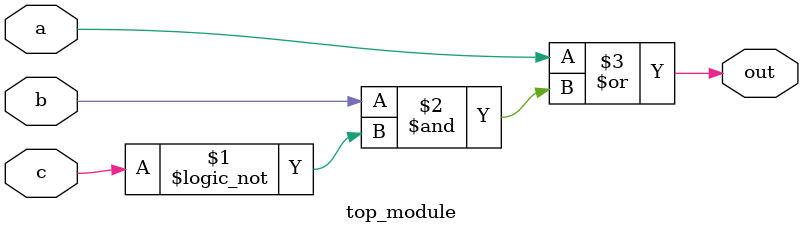
<source format=sv>
module top_module(
    input a, 
    input b,
    input c,
    output out
);

    // Based on the Karnaugh map, the boolean expression for 'out' is:
    // out = a | (b & !c)

    assign out = a | (b & !c);

endmodule

</source>
